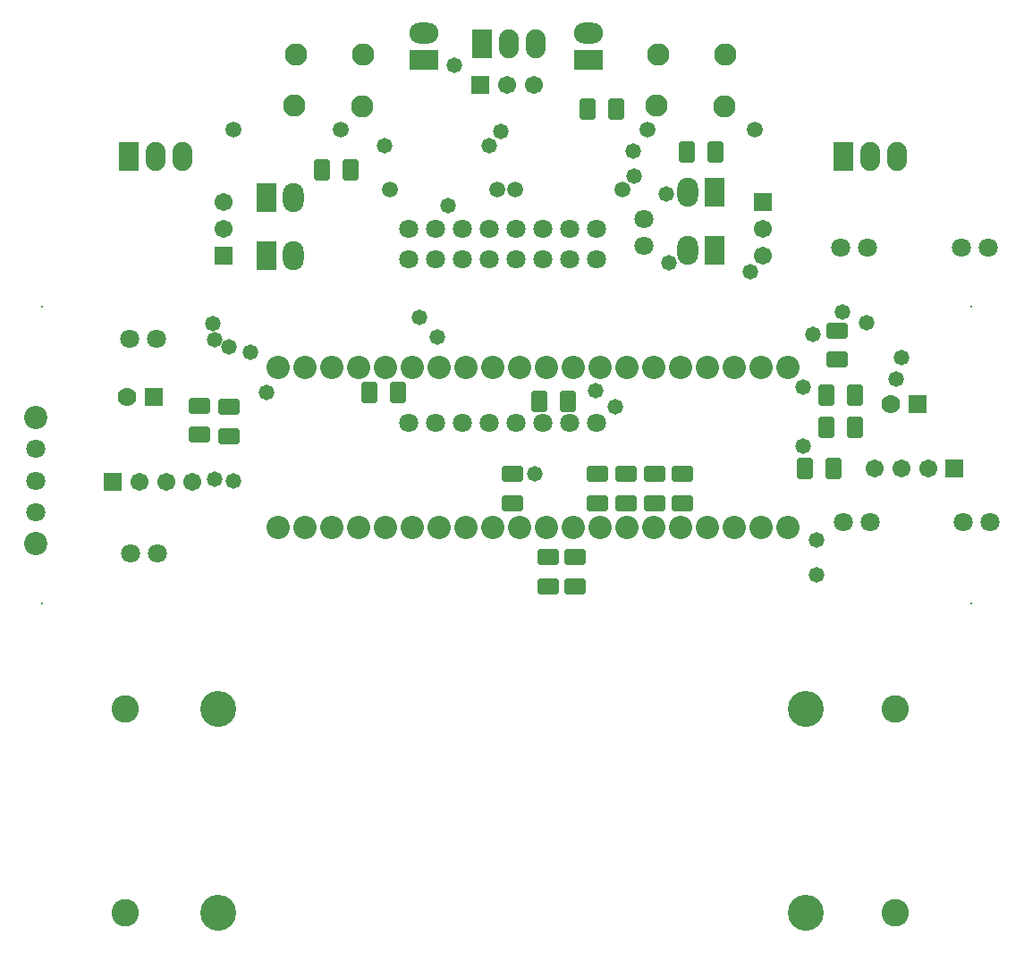
<source format=gbs>
G04*
G04 #@! TF.GenerationSoftware,Altium Limited,Altium Designer,23.6.0 (18)*
G04*
G04 Layer_Color=16711935*
%FSLAX44Y44*%
%MOMM*%
G71*
G04*
G04 #@! TF.SameCoordinates,D83645A9-EAB1-4845-A107-50581717B435*
G04*
G04*
G04 #@! TF.FilePolarity,Negative*
G04*
G01*
G75*
%ADD20R,1.9812X2.7432*%
%ADD21O,1.9812X2.7432*%
%ADD22C,1.8000*%
%ADD23C,1.7112*%
%ADD24R,1.7112X1.7112*%
%ADD25C,2.1082*%
%ADD26O,2.7432X1.9812*%
%ADD27R,2.7432X1.9812*%
%ADD28O,1.8542X2.7432*%
%ADD29R,1.8542X2.7432*%
%ADD30C,2.2000*%
%ADD31C,3.4032*%
%ADD32C,2.6032*%
%ADD33C,0.2032*%
%ADD34C,1.5000*%
%ADD35R,1.7112X1.7112*%
%ADD36R,1.7782X1.7782*%
%ADD37C,1.7782*%
%ADD38O,2.2032X2.2032*%
%ADD39C,1.4732*%
G04:AMPARAMS|DCode=64|XSize=1.45mm|YSize=1.95mm|CornerRadius=0.1625mm|HoleSize=0mm|Usage=FLASHONLY|Rotation=90.000|XOffset=0mm|YOffset=0mm|HoleType=Round|Shape=RoundedRectangle|*
%AMROUNDEDRECTD64*
21,1,1.4500,1.6250,0,0,90.0*
21,1,1.1250,1.9500,0,0,90.0*
1,1,0.3250,0.8125,0.5625*
1,1,0.3250,0.8125,-0.5625*
1,1,0.3250,-0.8125,-0.5625*
1,1,0.3250,-0.8125,0.5625*
%
%ADD64ROUNDEDRECTD64*%
G04:AMPARAMS|DCode=65|XSize=1.45mm|YSize=1.95mm|CornerRadius=0.1625mm|HoleSize=0mm|Usage=FLASHONLY|Rotation=180.000|XOffset=0mm|YOffset=0mm|HoleType=Round|Shape=RoundedRectangle|*
%AMROUNDEDRECTD65*
21,1,1.4500,1.6250,0,0,180.0*
21,1,1.1250,1.9500,0,0,180.0*
1,1,0.3250,-0.5625,0.8125*
1,1,0.3250,0.5625,0.8125*
1,1,0.3250,0.5625,-0.8125*
1,1,0.3250,-0.5625,-0.8125*
%
%ADD65ROUNDEDRECTD65*%
D20*
X918210Y1040130D02*
D03*
X494030Y980440D02*
D03*
Y1035050D02*
D03*
X918210Y985520D02*
D03*
D21*
X892810Y1040130D02*
D03*
X519430Y980440D02*
D03*
Y1035050D02*
D03*
X892810Y985520D02*
D03*
D22*
X389890Y901700D02*
D03*
X364490D02*
D03*
X390590Y697700D02*
D03*
X365190D02*
D03*
X628652Y822129D02*
D03*
X654053D02*
D03*
X679453D02*
D03*
X704853D02*
D03*
X730253D02*
D03*
X755652D02*
D03*
X781052D02*
D03*
X806452D02*
D03*
X806450Y976630D02*
D03*
X781050D02*
D03*
X755650D02*
D03*
X730250D02*
D03*
X704850D02*
D03*
X679450D02*
D03*
X654050D02*
D03*
X628650D02*
D03*
X850900Y1014730D02*
D03*
Y989330D02*
D03*
X628650Y1005840D02*
D03*
X654050D02*
D03*
X679450D02*
D03*
X704850D02*
D03*
X730250D02*
D03*
X755650D02*
D03*
X781050D02*
D03*
X806450D02*
D03*
X1153290Y728060D02*
D03*
X1178690D02*
D03*
X1039590Y728060D02*
D03*
X1064990D02*
D03*
X1151590Y988060D02*
D03*
X1176990D02*
D03*
X1037590D02*
D03*
X1062990D02*
D03*
X275590Y737080D02*
D03*
Y767080D02*
D03*
Y797080D02*
D03*
D23*
X963760Y1005840D02*
D03*
Y980440D02*
D03*
X373580Y765640D02*
D03*
X423580D02*
D03*
X398580D02*
D03*
X721360Y1141560D02*
D03*
X746760D02*
D03*
X1119940Y778680D02*
D03*
X1069940D02*
D03*
X1094940D02*
D03*
X453560Y1031240D02*
D03*
Y1005840D02*
D03*
D24*
X963760Y1031240D02*
D03*
X453560Y980440D02*
D03*
D25*
X863346Y1122426D02*
D03*
X927862Y1170178D02*
D03*
X927100Y1121410D02*
D03*
X864870Y1170940D02*
D03*
X521970D02*
D03*
X584200Y1121410D02*
D03*
X584962Y1170178D02*
D03*
X520446Y1122426D02*
D03*
D26*
X798830Y1191260D02*
D03*
X642620D02*
D03*
D27*
X798830Y1165860D02*
D03*
X642620D02*
D03*
D28*
X748300Y1181100D02*
D03*
X722900D02*
D03*
X388620Y1074420D02*
D03*
X414020D02*
D03*
X1065530D02*
D03*
X1090930D02*
D03*
D29*
X697500Y1181100D02*
D03*
X363220Y1074420D02*
D03*
X1040130D02*
D03*
D30*
X275590Y707480D02*
D03*
Y826680D02*
D03*
D31*
X1004540Y551160D02*
D03*
Y358160D02*
D03*
X448340Y551160D02*
D03*
Y358160D02*
D03*
D32*
X360440D02*
D03*
X1089440D02*
D03*
Y551160D02*
D03*
X360440D02*
D03*
D33*
X281300Y650870D02*
D03*
Y932140D02*
D03*
X1161300D02*
D03*
Y650870D02*
D03*
D34*
X854710Y1099820D02*
D03*
X956310D02*
D03*
X563880D02*
D03*
X462280D02*
D03*
X830580Y1042670D02*
D03*
X728980D02*
D03*
X610870D02*
D03*
X712470D02*
D03*
D35*
X348580Y765640D02*
D03*
X695960Y1141560D02*
D03*
X1144940Y778680D02*
D03*
D36*
X1109780Y839640D02*
D03*
X387150Y845990D02*
D03*
D37*
X1084780Y839640D02*
D03*
X362150Y845990D02*
D03*
D38*
X834771Y874573D02*
D03*
X809371D02*
D03*
X783971D02*
D03*
X758571D02*
D03*
X707771D02*
D03*
X682371D02*
D03*
X656971D02*
D03*
X733171D02*
D03*
X860171D02*
D03*
X961771D02*
D03*
X936371D02*
D03*
X910971D02*
D03*
X987425D02*
D03*
X885571D02*
D03*
X631679Y722427D02*
D03*
X606279D02*
D03*
X682479D02*
D03*
X580880D02*
D03*
X555480D02*
D03*
X530079D02*
D03*
X504679D02*
D03*
X657079D02*
D03*
X707879D02*
D03*
X809480D02*
D03*
X733279D02*
D03*
X758680D02*
D03*
X784080D02*
D03*
X834880D02*
D03*
X860279D02*
D03*
X961880D02*
D03*
X936479D02*
D03*
X911079D02*
D03*
X987280D02*
D03*
X885679D02*
D03*
X631571Y874573D02*
D03*
X529971D02*
D03*
X606171D02*
D03*
X504571D02*
D03*
X555371D02*
D03*
X580771D02*
D03*
D39*
X1061950Y916940D02*
D03*
X605378Y1084168D02*
D03*
X704326D02*
D03*
X665480Y1027810D02*
D03*
X1002030Y800100D02*
D03*
Y855980D02*
D03*
X1011195Y905740D02*
D03*
X1038860Y927100D02*
D03*
X874464Y973640D02*
D03*
X951843Y964587D02*
D03*
X841648Y1055008D02*
D03*
X1090094Y863166D02*
D03*
X443230Y915670D02*
D03*
X638810Y921472D02*
D03*
X715444Y1098116D02*
D03*
X840660Y1079500D02*
D03*
X872490Y1038860D02*
D03*
X671830Y1160780D02*
D03*
X458131Y893614D02*
D03*
X444500Y900430D02*
D03*
X655320Y902970D02*
D03*
X494030Y850900D02*
D03*
X478790Y888920D02*
D03*
X748030Y773430D02*
D03*
X1094740Y883920D02*
D03*
X1014730Y711200D02*
D03*
Y678180D02*
D03*
X824230Y836930D02*
D03*
X805180Y852170D02*
D03*
X462280Y767080D02*
D03*
X444500Y768350D02*
D03*
D64*
X430530Y837980D02*
D03*
Y810480D02*
D03*
X458470Y836710D02*
D03*
Y809210D02*
D03*
X860848Y773210D02*
D03*
Y745710D02*
D03*
X760730Y694470D02*
D03*
Y666970D02*
D03*
X726440Y773210D02*
D03*
Y745710D02*
D03*
X887730D02*
D03*
Y773210D02*
D03*
X833966Y745710D02*
D03*
Y773210D02*
D03*
X807085Y745710D02*
D03*
Y773210D02*
D03*
X1033780Y881600D02*
D03*
Y909100D02*
D03*
X786130Y666970D02*
D03*
Y694470D02*
D03*
D65*
X1003520Y778510D02*
D03*
X1031020D02*
D03*
X1023840Y817880D02*
D03*
X1051340D02*
D03*
X752060Y842010D02*
D03*
X779560D02*
D03*
X618270Y850900D02*
D03*
X590770D02*
D03*
X1051340Y848360D02*
D03*
X1023840D02*
D03*
X797780Y1118870D02*
D03*
X825280D02*
D03*
X919260Y1078230D02*
D03*
X891760D02*
D03*
X546320Y1061720D02*
D03*
X573820D02*
D03*
M02*

</source>
